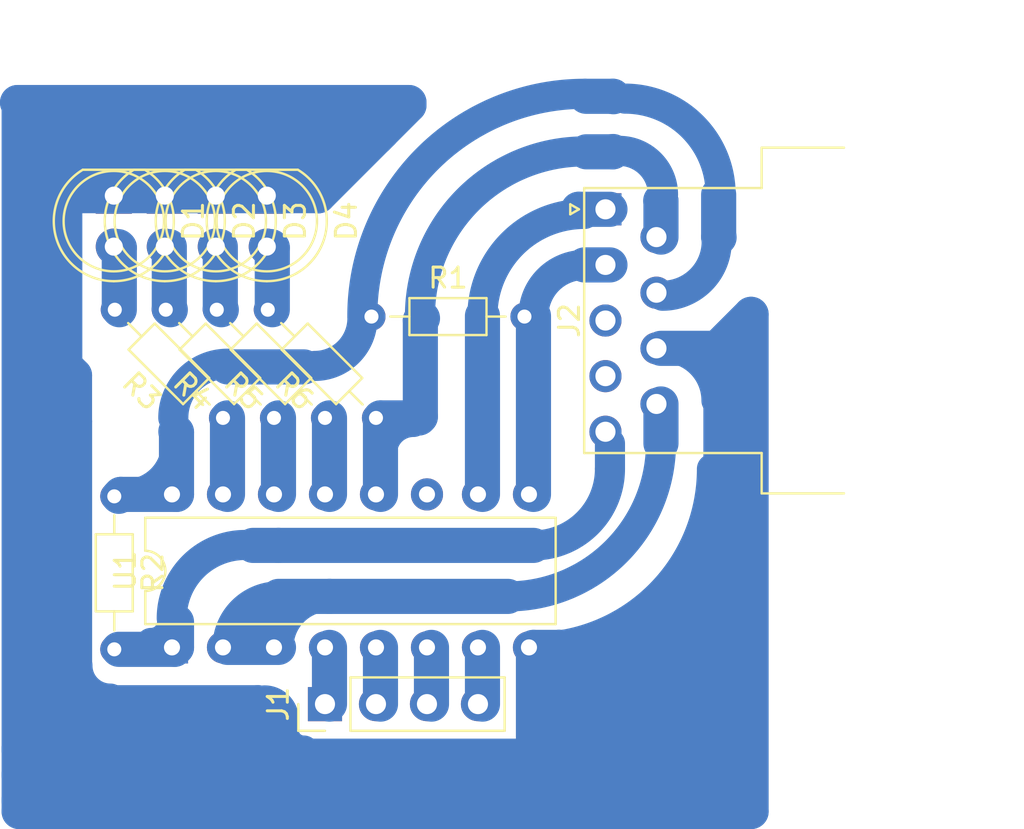
<source format=kicad_pcb>
(kicad_pcb (version 20221018) (generator pcbnew)
  (layers (0 "F.Cu" signal) (31 "B.Cu" signal) (34 "B.Paste" user) (35 "F.Paste" user) (36 "B.SilkS" user "B.Silkscreen") (37 "F.SilkS" user "F.Silkscreen") (38 "B.Mask" user) (39 "F.Mask" user) (44 "Edge.Cuts" user))
  (net 0 "")
  (net 1 "GND")
  (net 2 "Net-(D1-A)")
  (net 3 "Net-(D2-A)")
  (net 4 "Net-(D3-A)")
  (net 5 "Net-(D4-A)")
  (net 6 "/clock")
  (net 7 "+5V")
  (net 8 "/reset")
  (net 9 "/parallel_load")
  (net 10 "/data_output")
  (net 11 "/data_input")
  (net 12 "Net-(U1-Q0)")
  (net 13 "Net-(U1-Q1)")
  (net 14 "Net-(U1-Q2)")
  (net 15 "/p0")
  (net 16 "/p1")
  (net 17 "/p2")
  (net 18 "/p3")
  (footprint "LED_THT:LED_D5.0mm" (layer "F.Cu") (at 9.578299 -36.740731 -90)
    (fp_text reference "D1" (at 1.27 -3.96 90) (layer "F.SilkS"))
    (fp_text value "LED")
    (fp_line (start -1.29 -1.545) (end -1.29 1.545) (stroke (width 0.12)) (layer "F.SilkS"))
    (fp_arc (start -1.29 -1.54483) (mid 2.072002 -2.880433) (end 4.26 0.000462) (stroke (width 0.12)) (layer "F.SilkS"))
    (fp_arc (start 4.26 -0.000462) (mid 2.072002 2.880433) (end -1.29 1.54483) (stroke (width 0.12)) (layer "F.SilkS"))
    (fp_circle (center 1.27 0) (end 3.77 0) (stroke (width 0.12)) (fill none) (layer "F.SilkS"))
    (pad "1" thru_hole rect (at 0 0 270) (size 1.8 1.8) (drill 0.9) (layers "*.Cu" "*.Mask") (net 1 "GND"))
    (pad "2" thru_hole circle (at 2.54 0 270) (size 1.8 1.8) (drill 0.9) (layers "*.Cu" "*.Mask") (net 2 "Net-(D1-A)"))
  )
  (footprint "Connector_PinHeader_2.54mm:PinHeader_1x04_P2.54mm_Vertical" (layer "F.Cu") (at 20.09589 -11.415297 90)
    (fp_text reference "J1" (at 0 -2.33 90) (layer "F.SilkS"))
    (fp_text value "Conn_01x04_Pin")
    (fp_line (start -1.33 -1.33) (end 0 -1.33) (stroke (width 0.12)) (layer "F.SilkS"))
    (fp_line (start -1.33 0) (end -1.33 -1.33) (stroke (width 0.12)) (layer "F.SilkS"))
    (fp_line (start -1.33 1.27) (end -1.33 8.95) (stroke (width 0.12)) (layer "F.SilkS"))
    (fp_line (start -1.33 1.27) (end 1.33 1.27) (stroke (width 0.12)) (layer "F.SilkS"))
    (fp_line (start -1.33 8.95) (end 1.33 8.95) (stroke (width 0.12)) (layer "F.SilkS"))
    (fp_line (start 1.33 1.27) (end 1.33 8.95) (stroke (width 0.12)) (layer "F.SilkS"))
    (pad "1" thru_hole rect (at 0 0 90) (size 1.7 1.7) (drill 1) (layers "*.Cu" "*.Mask") (net 15 "/p0"))
    (pad "2" thru_hole oval (at 0 2.54 90) (size 1.7 1.7) (drill 1) (layers "*.Cu" "*.Mask") (net 16 "/p1"))
    (pad "3" thru_hole oval (at 0 5.08 90) (size 1.7 1.7) (drill 1) (layers "*.Cu" "*.Mask") (net 17 "/p2"))
    (pad "4" thru_hole oval (at 0 7.62 90) (size 1.7 1.7) (drill 1) (layers "*.Cu" "*.Mask") (net 18 "/p3"))
  )
  (footprint "LED_THT:LED_D5.0mm" (layer "F.Cu") (at 14.658299 -36.740731 -90)
    (fp_text reference "D3" (at 1.27 -3.96 90) (layer "F.SilkS"))
    (fp_text value "LED")
    (fp_line (start -1.29 -1.545) (end -1.29 1.545) (stroke (width 0.12)) (layer "F.SilkS"))
    (fp_arc (start -1.29 -1.54483) (mid 2.072002 -2.880433) (end 4.26 0.000462) (stroke (width 0.12)) (layer "F.SilkS"))
    (fp_arc (start 4.26 -0.000462) (mid 2.072002 2.880433) (end -1.29 1.54483) (stroke (width 0.12)) (layer "F.SilkS"))
    (fp_circle (center 1.27 0) (end 3.77 0) (stroke (width 0.12)) (fill none) (layer "F.SilkS"))
    (pad "1" thru_hole rect (at 0 0 270) (size 1.8 1.8) (drill 0.9) (layers "*.Cu" "*.Mask") (net 1 "GND"))
    (pad "2" thru_hole circle (at 2.54 0 270) (size 1.8 1.8) (drill 0.9) (layers "*.Cu" "*.Mask") (net 4 "Net-(D3-A)"))
  )
  (footprint "Connector_Dsub:DSUB-9_Female_Horizontal_P2.77x2.54mm_EdgePinOffset9.40mm" (layer "F.Cu") (at 34.06589 -36.060517 90)
    (fp_text reference "J2" (at -5.54 -1.8 90) (layer "F.SilkS"))
    (fp_text value "DB9_Female")
    (fp_line (start -14.15 7.78) (end -12.14 7.78) (stroke (width 0.12)) (layer "F.SilkS"))
    (fp_line (start -14.15 11.88) (end -14.15 7.78) (stroke (width 0.12)) (layer "F.SilkS"))
    (fp_line (start -12.14 -1.06) (end 1.06 -1.06) (stroke (width 0.12)) (layer "F.SilkS"))
    (fp_line (start -12.14 7.78) (end -12.14 -1.06) (stroke (width 0.12)) (layer "F.SilkS"))
    (fp_line (start -0.25 -1.754338) (end 0.25 -1.754338) (stroke (width 0.12)) (layer "F.SilkS"))
    (fp_line (start 0 -1.321325) (end -0.25 -1.754338) (stroke (width 0.12)) (layer "F.SilkS"))
    (fp_line (start 0.25 -1.754338) (end 0 -1.321325) (stroke (width 0.12)) (layer "F.SilkS"))
    (fp_line (start 1.06 -1.06) (end 1.06 7.78) (stroke (width 0.12)) (layer "F.SilkS"))
    (fp_line (start 1.06 7.78) (end 3.07 7.78) (stroke (width 0.12)) (layer "F.SilkS"))
    (fp_line (start 3.07 7.78) (end 3.07 11.88) (stroke (width 0.12)) (layer "F.SilkS"))
    (pad "1" thru_hole rect (at 0 0 90) (size 1.6 1.6) (drill 1) (layers "*.Cu" "*.Mask") (net 6 "/clock"))
    (pad "2" thru_hole circle (at -2.77 0 90) (size 1.6 1.6) (drill 1) (layers "*.Cu" "*.Mask") (net 9 "/parallel_load"))
    (pad "3" thru_hole circle (at -5.54 0 90) (size 1.6 1.6) (drill 1) (layers "*.Cu" "*.Mask"))
    (pad "4" thru_hole circle (at -8.31 0 90) (size 1.6 1.6) (drill 1) (layers "*.Cu" "*.Mask"))
    (pad "5" thru_hole circle (at -11.08 0 90) (size 1.6 1.6) (drill 1) (layers "*.Cu" "*.Mask") (net 8 "/reset"))
    (pad "6" thru_hole circle (at -1.385 2.54 90) (size 1.6 1.6) (drill 1) (layers "*.Cu" "*.Mask") (net 10 "/data_output"))
    (pad "7" thru_hole circle (at -4.155 2.54 90) (size 1.6 1.6) (drill 1) (layers "*.Cu" "*.Mask") (net 7 "+5V"))
    (pad "8" thru_hole circle (at -6.925 2.54 90) (size 1.6 1.6) (drill 1) (layers "*.Cu" "*.Mask") (net 1 "GND"))
    (pad "9" thru_hole circle (at -9.695 2.54 90) (size 1.6 1.6) (drill 1) (layers "*.Cu" "*.Mask") (net 11 "/data_input"))
  )
  (footprint "Resistor_THT:R_Axial_DIN0204_L3.6mm_D1.6mm_P7.62mm_Horizontal" (layer "F.Cu") (at 20.09589 -25.670517 135)
    (fp_text reference "R5" (at 3.81 -1.92 135) (layer "F.SilkS"))
    (fp_text value "R")
    (fp_line (start 0.94 0) (end 1.89 0) (stroke (width 0.12)) (layer "F.SilkS"))
    (fp_line (start 1.89 -0.92) (end 1.89 0.92) (stroke (width 0.12)) (layer "F.SilkS"))
    (fp_line (start 1.89 0.92) (end 5.73 0.92) (stroke (width 0.12)) (layer "F.SilkS"))
    (fp_line (start 5.73 -0.92) (end 1.89 -0.92) (stroke (width 0.12)) (layer "F.SilkS"))
    (fp_line (start 5.73 0.92) (end 5.73 -0.92) (stroke (width 0.12)) (layer "F.SilkS"))
    (fp_line (start 6.68 0) (end 5.73 0) (stroke (width 0.12)) (layer "F.SilkS"))
    (pad "1" thru_hole circle (at 0 0 135) (size 1.4 1.4) (drill 0.7) (layers "*.Cu" "*.Mask") (net 14 "Net-(U1-Q2)"))
    (pad "2" thru_hole oval (at 7.62 0 135) (size 1.4 1.4) (drill 0.7) (layers "*.Cu" "*.Mask") (net 4 "Net-(D3-A)"))
  )
  (footprint "Package_DIP:DIP-16_W7.62mm" (layer "F.Cu") (at 12.47589 -14.240517 90)
    (fp_text reference "U1" (at 3.81 -2.33 90) (layer "F.SilkS"))
    (fp_text value "74LS195")
    (fp_line (start 1.16 -1.33) (end 1.16 19.11) (stroke (width 0.12)) (layer "F.SilkS"))
    (fp_line (start 1.16 19.11) (end 6.46 19.11) (stroke (width 0.12)) (layer "F.SilkS"))
    (fp_line (start 2.81 -1.33) (end 1.16 -1.33) (stroke (width 0.12)) (layer "F.SilkS"))
    (fp_line (start 6.46 -1.33) (end 4.81 -1.33) (stroke (width 0.12)) (layer "F.SilkS"))
    (fp_line (start 6.46 19.11) (end 6.46 -1.33) (stroke (width 0.12)) (layer "F.SilkS"))
    (fp_arc (start 4.81 -1.33) (mid 3.81 -0.33) (end 2.81 -1.33) (stroke (width 0.12)) (layer "F.SilkS"))
    (pad "1" thru_hole rect (at 0 0 90) (size 1.6 1.6) (drill 0.8) (layers "*.Cu" "*.Mask") (net 8 "/reset"))
    (pad "2" thru_hole oval (at 0 2.54 90) (size 1.6 1.6) (drill 0.8) (layers "*.Cu" "*.Mask") (net 11 "/data_input"))
    (pad "3" thru_hole oval (at 0 5.08 90) (size 1.6 1.6) (drill 0.8) (layers "*.Cu" "*.Mask") (net 11 "/data_input"))
    (pad "4" thru_hole oval (at 0 7.62 90) (size 1.6 1.6) (drill 0.8) (layers "*.Cu" "*.Mask") (net 15 "/p0"))
    (pad "5" thru_hole oval (at 0 10.16 90) (size 1.6 1.6) (drill 0.8) (layers "*.Cu" "*.Mask") (net 16 "/p1"))
    (pad "6" thru_hole oval (at 0 12.7 90) (size 1.6 1.6) (drill 0.8) (layers "*.Cu" "*.Mask") (net 17 "/p2"))
    (pad "7" thru_hole oval (at 0 15.24 90) (size 1.6 1.6) (drill 0.8) (layers "*.Cu" "*.Mask") (net 18 "/p3"))
    (pad "8" thru_hole oval (at 0 17.78 90) (size 1.6 1.6) (drill 0.8) (layers "*.Cu" "*.Mask") (net 1 "GND"))
    (pad "9" thru_hole oval (at 7.62 17.78 90) (size 1.6 1.6) (drill 0.8) (layers "*.Cu" "*.Mask") (net 9 "/parallel_load"))
    (pad "10" thru_hole oval (at 7.62 15.24 90) (size 1.6 1.6) (drill 0.8) (layers "*.Cu" "*.Mask") (net 6 "/clock"))
    (pad "11" thru_hole oval (at 7.62 12.7 90) (size 1.6 1.6) (drill 0.8) (layers "*.Cu" "*.Mask"))
    (pad "12" thru_hole oval (at 7.62 10.16 90) (size 1.6 1.6) (drill 0.8) (layers "*.Cu" "*.Mask") (net 10 "/data_output"))
    (pad "13" thru_hole oval (at 7.62 7.62 90) (size 1.6 1.6) (drill 0.8) (layers "*.Cu" "*.Mask") (net 14 "Net-(U1-Q2)"))
    (pad "14" thru_hole oval (at 7.62 5.08 90) (size 1.6 1.6) (drill 0.8) (layers "*.Cu" "*.Mask") (net 13 "Net-(U1-Q1)"))
    (pad "15" thru_hole oval (at 7.62 2.54 90) (size 1.6 1.6) (drill 0.8) (layers "*.Cu" "*.Mask") (net 12 "Net-(U1-Q0)"))
    (pad "16" thru_hole oval (at 7.62 0 90) (size 1.6 1.6) (drill 0.8) (layers "*.Cu" "*.Mask") (net 7 "+5V"))
  )
  (footprint "LED_THT:LED_D5.0mm" (layer "F.Cu") (at 17.198299 -36.740731 -90)
    (fp_text reference "D4" (at 1.27 -3.96 90) (layer "F.SilkS"))
    (fp_text value "LED")
    (fp_line (start -1.29 -1.545) (end -1.29 1.545) (stroke (width 0.12)) (layer "F.SilkS"))
    (fp_arc (start -1.29 -1.54483) (mid 2.072002 -2.880433) (end 4.26 0.000462) (stroke (width 0.12)) (layer "F.SilkS"))
    (fp_arc (start 4.26 -0.000462) (mid 2.072002 2.880433) (end -1.29 1.54483) (stroke (width 0.12)) (layer "F.SilkS"))
    (fp_circle (center 1.27 0) (end 3.77 0) (stroke (width 0.12)) (fill none) (layer "F.SilkS"))
    (pad "1" thru_hole rect (at 0 0 270) (size 1.8 1.8) (drill 0.9) (layers "*.Cu" "*.Mask") (net 1 "GND"))
    (pad "2" thru_hole circle (at 2.54 0 270) (size 1.8 1.8) (drill 0.9) (layers "*.Cu" "*.Mask") (net 5 "Net-(D4-A)"))
  )
  (footprint "Resistor_THT:R_Axial_DIN0204_L3.6mm_D1.6mm_P7.62mm_Horizontal" (layer "F.Cu") (at 15.01589 -25.670517 135)
    (fp_text reference "R3" (at 3.81 -1.92 135) (layer "F.SilkS"))
    (fp_text value "R")
    (fp_line (start 0.94 0) (end 1.89 0) (stroke (width 0.12)) (layer "F.SilkS"))
    (fp_line (start 1.89 -0.92) (end 1.89 0.92) (stroke (width 0.12)) (layer "F.SilkS"))
    (fp_line (start 1.89 0.92) (end 5.73 0.92) (stroke (width 0.12)) (layer "F.SilkS"))
    (fp_line (start 5.73 -0.92) (end 1.89 -0.92) (stroke (width 0.12)) (layer "F.SilkS"))
    (fp_line (start 5.73 0.92) (end 5.73 -0.92) (stroke (width 0.12)) (layer "F.SilkS"))
    (fp_line (start 6.68 0) (end 5.73 0) (stroke (width 0.12)) (layer "F.SilkS"))
    (pad "1" thru_hole circle (at 0 0 135) (size 1.4 1.4) (drill 0.7) (layers "*.Cu" "*.Mask") (net 12 "Net-(U1-Q0)"))
    (pad "2" thru_hole oval (at 7.62 0 135) (size 1.4 1.4) (drill 0.7) (layers "*.Cu" "*.Mask") (net 2 "Net-(D1-A)"))
  )
  (footprint "Resistor_THT:R_Axial_DIN0204_L3.6mm_D1.6mm_P7.62mm_Horizontal" (layer "F.Cu") (at 17.55589 -25.670517 135)
    (fp_text reference "R4" (at 3.81 -1.92 135) (layer "F.SilkS"))
    (fp_text value "R")
    (fp_line (start 0.94 0) (end 1.89 0) (stroke (width 0.12)) (layer "F.SilkS"))
    (fp_line (start 1.89 -0.92) (end 1.89 0.92) (stroke (width 0.12)) (layer "F.SilkS"))
    (fp_line (start 1.89 0.92) (end 5.73 0.92) (stroke (width 0.12)) (layer "F.SilkS"))
    (fp_line (start 5.73 -0.92) (end 1.89 -0.92) (stroke (width 0.12)) (layer "F.SilkS"))
    (fp_line (start 5.73 0.92) (end 5.73 -0.92) (stroke (width 0.12)) (layer "F.SilkS"))
    (fp_line (start 6.68 0) (end 5.73 0) (stroke (width 0.12)) (layer "F.SilkS"))
    (pad "1" thru_hole circle (at 0 0 135) (size 1.4 1.4) (drill 0.7) (layers "*.Cu" "*.Mask") (net 13 "Net-(U1-Q1)"))
    (pad "2" thru_hole oval (at 7.62 0 135) (size 1.4 1.4) (drill 0.7) (layers "*.Cu" "*.Mask") (net 3 "Net-(D2-A)"))
  )
  (footprint "Resistor_THT:R_Axial_DIN0204_L3.6mm_D1.6mm_P7.62mm_Horizontal" (layer "F.Cu") (at 22.411096 -30.717463)
    (fp_text reference "R1" (at 3.81 -1.92) (layer "F.SilkS"))
    (fp_text value "R")
    (fp_line (start 0.94 0) (end 1.89 0) (stroke (width 0.12)) (layer "F.SilkS"))
    (fp_line (start 1.89 -0.92) (end 1.89 0.92) (stroke (width 0.12)) (layer "F.SilkS"))
    (fp_line (start 1.89 0.92) (end 5.73 0.92) (stroke (width 0.12)) (layer "F.SilkS"))
    (fp_line (start 5.73 -0.92) (end 1.89 -0.92) (stroke (width 0.12)) (layer "F.SilkS"))
    (fp_line (start 5.73 0.92) (end 5.73 -0.92) (stroke (width 0.12)) (layer "F.SilkS"))
    (fp_line (start 6.68 0) (end 5.73 0) (stroke (width 0.12)) (layer "F.SilkS"))
    (pad "1" thru_hole circle (at 0 0) (size 1.4 1.4) (drill 0.7) (layers "*.Cu" "*.Mask") (net 7 "+5V"))
    (pad "2" thru_hole oval (at 7.62 0) (size 1.4 1.4) (drill 0.7) (layers "*.Cu" "*.Mask") (net 9 "/parallel_load"))
  )
  (footprint "Resistor_THT:R_Axial_DIN0204_L3.6mm_D1.6mm_P7.62mm_Horizontal" (layer "F.Cu") (at 9.601443 -21.764099 -90)
    (fp_text reference "R2" (at 3.81 -1.92 90) (layer "F.SilkS"))
    (fp_text value "R")
    (fp_line (start 0.94 0) (end 1.89 0) (stroke (width 0.12)) (layer "F.SilkS"))
    (fp_line (start 1.89 -0.92) (end 1.89 0.92) (stroke (width 0.12)) (layer "F.SilkS"))
    (fp_line (start 1.89 0.92) (end 5.73 0.92) (stroke (width 0.12)) (layer "F.SilkS"))
    (fp_line (start 5.73 -0.92) (end 1.89 -0.92) (stroke (width 0.12)) (layer "F.SilkS"))
    (fp_line (start 5.73 0.92) (end 5.73 -0.92) (stroke (width 0.12)) (layer "F.SilkS"))
    (fp_line (start 6.68 0) (end 5.73 0) (stroke (width 0.12)) (layer "F.SilkS"))
    (pad "1" thru_hole circle (at 0 0 270) (size 1.4 1.4) (drill 0.7) (layers "*.Cu" "*.Mask") (net 7 "+5V"))
    (pad "2" thru_hole oval (at 7.62 0 270) (size 1.4 1.4) (drill 0.7) (layers "*.Cu" "*.Mask") (net 8 "/reset"))
  )
  (footprint "Resistor_THT:R_Axial_DIN0204_L3.6mm_D1.6mm_P7.62mm_Horizontal" (layer "F.Cu") (at 22.63589 -25.670517 135)
    (fp_text reference "R6" (at 3.81 -1.92 135) (layer "F.SilkS"))
    (fp_text value "R")
    (fp_line (start 0.94 0) (end 1.89 0) (stroke (width 0.12)) (layer "F.SilkS"))
    (fp_line (start 1.89 -0.92) (end 1.89 0.92) (stroke (width 0.12)) (layer "F.SilkS"))
    (fp_line (start 1.89 0.92) (end 5.73 0.92) (stroke (width 0.12)) (layer "F.SilkS"))
    (fp_line (start 5.73 -0.92) (end 1.89 -0.92) (stroke (width 0.12)) (layer "F.SilkS"))
    (fp_line (start 5.73 0.92) (end 5.73 -0.92) (stroke (width 0.12)) (layer "F.SilkS"))
    (fp_line (start 6.68 0) (end 5.73 0) (stroke (width 0.12)) (layer "F.SilkS"))
    (pad "1" thru_hole circle (at 0 0 135) (size 1.4 1.4) (drill 0.7) (layers "*.Cu" "*.Mask") (net 10 "/data_output"))
    (pad "2" thru_hole oval (at 7.62 0 135) (size 1.4 1.4) (drill 0.7) (layers "*.Cu" "*.Mask") (net 5 "Net-(D4-A)"))
  )
  (footprint "LED_THT:LED_D5.0mm" (layer "F.Cu") (at 12.118299 -36.740731 -90)
    (fp_text reference "D2" (at 1.27 -3.96 90) (layer "F.SilkS"))
    (fp_text value "LED")
    (fp_line (start -1.29 -1.545) (end -1.29 1.545) (stroke (width 0.12)) (layer "F.SilkS"))
    (fp_arc (start -1.29 -1.54483) (mid 2.072002 -2.880433) (end 4.26 0.000462) (stroke (width 0.12)) (layer "F.SilkS"))
    (fp_arc (start 4.26 -0.000462) (mid 2.072002 2.880433) (end -1.29 1.54483) (stroke (width 0.12)) (layer "F.SilkS"))
    (fp_circle (center 1.27 0) (end 3.77 0) (stroke (width 0.12)) (fill none) (layer "F.SilkS"))
    (pad "1" thru_hole rect (at 0 0 270) (size 1.8 1.8) (drill 0.9) (layers "*.Cu" "*.Mask") (net 1 "GND"))
    (pad "2" thru_hole circle (at 2.54 0 270) (size 1.8 1.8) (drill 0.9) (layers "*.Cu" "*.Mask") (net 3 "Net-(D2-A)"))
  )
  (gr_arc (start 21.956882 -30.750517) (mid 25.197194 -38.573323) (end 33.02 -41.813635) (stroke (width 1.5)) (layer "B.Cu"))
  (gr_arc (start 12.47916 -15.510517) (mid 12.171868 -14.768649) (end 11.43 -14.461357) (stroke (width 1.5)) (layer "B.Cu"))
  (gr_arc (start 39.606855 -34.455158) (mid 38.816072 -32.54604) (end 36.906954 -31.755257) (stroke (width 1.5)) (layer "B.Cu"))
  (gr_arc (start 24.827361 -30.750517) (mid 27.226929 -36.543588) (end 33.02 -38.943156) (stroke (width 1.5)) (layer "B.Cu"))
  (gr_arc (start 12.463986 -15.688312) (mid 13.534032 -18.271632) (end 16.117352 -19.341678) (stroke (width 1.5)) (layer "B.Cu"))
  (gr_arc (start 36.83 -24.400517) (mid 34.598154 -19.012363) (end 29.21 -16.780517) (stroke (width 1.5)) (layer "B.Cu"))
  (gr_line (start 17.78 -16.780517) (end 17.78 -14.240517) (stroke (width 1.5)) (layer "B.Cu"))
  (gr_arc (start 17.085218 -11.599895) (mid 17.767291 -11.317371) (end 18.049815 -10.635298) (stroke (width 1.5)) (layer "B.Cu"))
  (gr_arc (start 15.24 -14.240517) (mid 15.983949 -16.036568) (end 17.78 -16.780517) (stroke (width 1.5)) (layer "B.Cu"))
  (gr_arc (start 19.045222 -9.101382) (mid 18.337192 -9.394658) (end 18.043916 -10.102688) (stroke (width 1.5)) (layer "B.Cu"))
  (gr_line (start 15.24 -14.240517) (end 17.78 -16.780517) (stroke (width 1.5)) (layer "B.Cu"))
  (gr_arc (start 21.960013 -30.628759) (mid 21.266164 -28.953661) (end 19.591066 -28.259812) (stroke (width 1.5)) (layer "B.Cu"))
  (gr_arc (start 36.958344 -29.171846) (mid 38.822881 -28.399529) (end 39.595198 -26.534992) (stroke (width 1.5)) (layer "B.Cu"))
  (gr_arc (start 17.78 -14.240517) (mid 18.523949 -16.036568) (end 20.32 -16.780517) (stroke (width 1.5)) (layer "B.Cu"))
  (gr_arc (start 30.48 -30.750517) (mid 31.223949 -32.546568) (end 33.02 -33.290517) (stroke (width 1.5)) (layer "B.Cu"))
  (gr_arc (start 22.939491 -23.905785) (mid 23.397387 -25.011243) (end 24.502845 -25.469139) (stroke (width 1.5)) (layer "B.Cu"))
  (gr_arc (start 27.94 -30.750517) (mid 29.427898 -34.342619) (end 33.02 -35.830517) (stroke (width 1.5)) (layer "B.Cu"))
  (gr_arc (start 12.541521 -25.670517) (mid 13.331887 -27.57863) (end 15.24 -28.368996) (stroke (width 1.5)) (layer "B.Cu"))
  (gr_arc (start 35.041636 -41.57248) (mid 38.407207 -40.178415) (end 39.801272 -36.812844) (stroke (width 1.5)) (layer "B.Cu"))
  (gr_arc (start 34.752628 -38.971132) (mid 36.293924 -38.332707) (end 36.932349 -36.791411) (stroke (width 1.5)) (layer "B.Cu"))
  (gr_line (start 34.29 -23.130517) (end 34.29 -24.400517) (stroke (width 1.5)) (layer "B.Cu"))
  (gr_arc (start 9.408471 -11.689278) (mid 8.24809 -12.169923) (end 7.767445 -13.330304) (stroke (width 1.5)) (layer "B.Cu"))
  (gr_arc (start 39.37 -23.130517) (mid 36.766179 -16.844338) (end 30.48 -14.240517) (stroke (width 1.5)) (layer "B.Cu"))
  (gr_arc (start 34.29 -23.130517) (mid 33.174077 -20.43644) (end 30.48 -19.320517) (stroke (width 1.5)) (layer "B.Cu"))
  (gr_arc (start 12.7 -24.400517) (mid 11.956051 -22.604466) (end 10.16 -21.860517) (stroke (width 1.5)) (layer "B.Cu"))
  (segment (start 39.704077 -36.789553) (end 39.704077 -34.680418) (width 1.75) (layer "B.Cu") (net 0))
  (segment (start 30.48 -19.320517) (end 17.78 -19.320517) (width 1.75) (layer "B.Cu") (net 0))
  (segment (start 15.24 -28.210517) (end 19.05 -28.210517) (width 1.75) (layer "B.Cu") (net 0))
  (segment (start 34.446232 -38.938635) (end 34.432029 -38.924432) (width 1.75) (layer "B.Cu") (net 0))
  (segment (start 39.704077 -34.680418) (end 39.725381 -34.659114) (width 1.75) (layer "B.Cu") (net 0))
  (segment (start 17.78 -19.320517) (end 16.51 -19.320517) (width 1.75) (layer "B.Cu") (net 0))
  (segment (start 34.432029 -38.924432) (end 33.111156 -38.924432) (width 1.75) (layer "B.Cu") (net 0))
  (segment (start 24.277839 -41.250097) (end 22.936841 -39.909099) (width 1.75) (layer "B.Cu") (net 1))
  (segment (start 39.816812 -14.564475) (end 39.816812 -16.780517) (width 1.75) (layer "B.Cu") (net 1))
  (segment (start 39.816812 -15.970564) (end 38.1 -14.253752) (width 1.75) (layer "B.Cu") (net 1))
  (segment (start 6.35 -41.377923) (end 24.277839 -41.377923) (width 1.75) (layer "B.Cu") (net 1))
  (segment (start 39.506089 -14.253752) (end 39.816812 -14.564475) (width 1.75) (layer "B.Cu") (net 1))
  (segment (start 4.864293 -7.890517) (end 4.864293 -9.160517) (width 1.75) (layer "B.Cu") (net 1))
  (segment (start 39.816812 -28.943842) (end 39.625137 -29.135517) (width 1.75) (layer "B.Cu") (net 1))
  (segment (start 30.430417 -8.821131) (end 17.928809 -8.821131) (width 1.75) (layer "B.Cu") (net 1))
  (segment (start 33.02 -14.253752) (end 34.29 -14.253752) (width 1.75) (layer "B.Cu") (net 1))
  (segment (start 33.02 -6.066248) (end 31.75 -6.066248) (width 1.75) (layer "B.Cu") (net 1))
  (segment (start 38.1 -6.066248) (end 38.1 -14.253752) (width 1.75) (layer "B.Cu") (net 1))
  (segment (start 6.134293 -10.430517) (end 4.864293 -9.160517) (width 1.75) (layer "B.Cu") (net 1))
  (segment (start 7.134776 -36.834019) (end 7.228064 -36.740731) (width 1.75) (layer "B.Cu") (net 1))
  (segment (start 6.134293 -10.430517) (end 6.134293 -26.991197) (width 1.75) (layer "B.Cu") (net 1))
  (segment (start 17.808405 -8.941535) (end 17.808405 -10.430517) (width 1.75) (layer "B.Cu") (net 1))
  (segment (start 30.48 -14.240517) (end 31.75 -14.240517) (width 1.75) (layer "B.Cu") (net 1))
  (segment (start 40.64 -13.119841) (end 40.64 -6.066248) (width 1.75) (layer "B.Cu") (net 1))
  (segment (start 31.75 -6.066248) (end 4.864293 -6.066248) (width 1.75) (layer "B.Cu") (net 1))
  (segment (start 41.318772 -6.066248) (end 40.64 -6.066248) (width 1.75) (layer "B.Cu") (net 1))
  (segment (start 17.808405 -10.430517) (end 16.755064 -11.483858) (width 1.75) (layer "B.Cu") (net 1))
  (segment (start 16.755064 -11.483858) (end 7.62 -11.483858) (width 1.75) (layer "B.Cu") (net 1))
  (segment (start 17.589423 -9.160517) (end 17.808405 -8.941535) (width 1.75) (layer "B.Cu") (net 1))
  (segment (start 7.228064 -36.740731) (end 17.422409 -36.740731) (width 1.75) (layer "B.Cu") (net 1))
  (segment (start 34.29 -6.066248) (end 34.29 -14.253752) (width 1.75) (layer "B.Cu") (net 1))
  (segment (start 6.134293 -39.640517) (end 21.186669 -39.640517) (width 1.75) (layer "B.Cu") (net 1))
  (segment (start 39.816812 -18.510564) (end 35.56 -14.253752) (width 1.75) (layer "B.Cu") (net 1))
  (segment (start 6.134293 -38.370517) (end 6.134293 -39.640517) (width 1.75) (layer "B.Cu") (net 1))
  (segment (start 32.304269 -6.620517) (end 32.41928 -6.735528) (width 1.75) (layer "B.Cu") (net 1))
  (segment (start 34.29 -6.066248) (end 33.02 -6.066248) (width 1.75) (layer "B.Cu") (net 1))
  (segment (start 7.134776 -28.269653) (end 7.134776 -36.834019) (width 1.75) (layer "B.Cu") (net 1))
  (segment (start 7.62 -27.784429) (end 7.134776 -28.269653) (width 1.75) (layer "B.Cu") (net 1))
  (segment (start 4.864293 -9.160517) (end 17.589423 -9.160517) (width 1.75) (layer "B.Cu") (net 1))
  (segment (start 7.62 -10.430517) (end 6.134293 -10.430517) (width 1.75) (layer "B.Cu") (net 1))
  (segment (start 6.134293 -41.162216) (end 6.35 -41.377923) (width 1.75) (layer "B.Cu") (net 1))
  (segment (start 31.75 -6.066248) (end 31.75 -14.240517) (width 1.75) (layer "B.Cu") (net 1))
  (segment (start 39.816812 -19.320517) (end 39.816812 -28.943842) (width 1.75) (layer "B.Cu") (net 1))
  (segment (start 39.37 -14.117663) (end 39.506089 -14.253752) (width 1.75) (layer "B.Cu") (net 1))
  (segment (start 17.928809 -8.821131) (end 17.808405 -8.941535) (width 1.75) (layer "B.Cu") (net 1))
  (segment (start 36.83 -6.066248) (end 35.56 -6.066248) (width 1.75) (layer "B.Cu") (net 1))
  (segment (start 39.356765 -16.780517) (end 36.83 -14.253752) (width 1.75) (layer "B.Cu") (net 1))
  (segment (start 7.62 -11.483858) (end 7.62 -27.784429) (width 1.75) (layer "B.Cu") (net 1))
  (segment (start 32.41928 -7.890517) (end 32.41928 -6.735528) (width 1.75) (layer "B.Cu") (net 1))
  (segment (start 32.41928 -14.240517) (end 32.432515 -14.253752) (width 1.75) (layer "B.Cu") (net 1))
  (segment (start 8.89 -10.430517) (end 7.62 -10.430517) (width 1.75) (layer "B.Cu") (net 1))
  (segment (start 4.864293 -6.066248) (end 4.864293 -6.620517) (width 1.75) (layer "B.Cu") (net 1))
  (segment (start 39.816812 -16.780517) (end 39.356765 -16.780517) (width 1.75) (layer "B.Cu") (net 1))
  (segment (start 6.134293 -38.370517) (end 19.916669 -38.370517) (width 1.75) (layer "B.Cu") (net 1))
  (segment (start 33.02 -6.066248) (end 33.02 -14.253752) (width 1.75) (layer "B.Cu") (net 1))
  (segment (start 17.808405 -10.430517) (end 8.89 -10.430517) (width 1.75) (layer "B.Cu") (net 1))
  (segment (start 4.864293 -9.160517) (end 4.864293 -41.29795) (width 1.75) (layer "B.Cu") (net 1))
  (segment (start 7.62 -10.430517) (end 7.62 -25.50549) (width 1.75) (layer "B.Cu") (net 1))
  (segment (start 39.506089 -14.253752) (end 40.64 -13.119841) (width 1.75) (layer "B.Cu") (net 1))
  (segment (start 4.864293 -6.620517) (end 4.864293 -7.890517) (width 1.75) (layer "B.Cu") (net 1))
  (segment (start 39.816812 -16.780517) (end 39.816812 -15.970564) (width 1.75) (layer "B.Cu") (net 1))
  (segment (start 4.864293 -41.29795) (end 4.78432 -41.377923) (width 1.75) (layer "B.Cu") (net 1))
  (segment (start 32.432515 -14.253752) (end 33.02 -14.253752) (width 1.75) (layer "B.Cu") (net 1))
  (segment (start 38.1 -14.253752) (end 39.506089 -14.253752) (width 1.75) (layer "B.Cu") (net 1))
  (segment (start 22.668259 -39.640517) (end 22.936841 -39.909099) (width 1.75) (layer "B.Cu") (net 1))
  (segment (start 39.37 -6.066248) (end 38.1 -6.066248) (width 1.75) (layer "B.Cu") (net 1))
  (segment (start 32.41928 -7.890517) (end 4.864293 -7.890517) (width 1.75) (layer "B.Cu") (net 1))
  (segment (start 41.318772 -30.829152) (end 41.318772 -6.066248) (width 1.75) (layer "B.Cu") (net 1))
  (segment (start 36.83 -14.253752) (end 38.1 -14.253752) (width 1.75) (layer "B.Cu") (net 1))
  (segment (start 34.29 -14.253752) (end 35.56 -14.253752) (width 1.75) (layer "B.Cu") (net 1))
  (segment (start 39.816812 -19.320517) (end 39.816812 -18.510564) (width 1.75) (layer "B.Cu") (net 1))
  (segment (start 39.37 -6.066248) (end 39.37 -14.117663) (width 1.75) (layer "B.Cu") (net 1))
  (segment (start 31.75 -14.240517) (end 32.41928 -14.240517) (width 1.75) (layer "B.Cu") (net 1))
  (segment (start 38.1 -6.066248) (end 36.83 -6.066248) (width 1.75) (layer "B.Cu") (net 1))
  (segment (start 35.56 -6.066248) (end 35.56 -14.253752) (width 1.75) (layer "B.Cu") (net 1))
  (segment (start 19.916669 -38.370517) (end 21.186669 -39.640517) (width 1.75) (layer "B.Cu") (net 1))
  (segment (start 4.864293 -6.620517) (end 32.304269 -6.620517) (width 1.75) (layer "B.Cu") (net 1))
  (segment (start 30.48 -14.240517) (end 30.48 -8.899376) (width 1.75) (layer "B.Cu") (net 1))
  (segment (start 36.83 -6.066248) (end 36.83 -14.253752) (width 1.75) (layer "B.Cu") (net 1))
  (segment (start 35.56 -6.066248) (end 34.29 -6.066248) (width 1.75) (layer "B.Cu") (net 1))
  (segment (start 7.62 -25.50549) (end 6.134293 -26.991197) (width 1.75) (layer "B.Cu") (net 1))
  (segment (start 39.625137 -29.135517) (end 41.318772 -30.829152) (width 1.75) (layer "B.Cu") (net 1))
  (segment (start 30.494331 -8.885045) (end 30.430417 -8.821131) (width 1.75) (layer "B.Cu") (net 1))
  (segment (start 6.134293 -26.991197) (end 6.134293 -38.370517) (width 1.75) (layer "B.Cu") (net 1))
  (segment (start 32.41928 -6.735528) (end 31.75 -6.066248) (width 1.75) (layer "B.Cu") (net 1))
  (segment (start 32.41928 -14.240517) (end 32.41928 -7.890517) (width 1.75) (layer "B.Cu") (net 1))
  (segment (start 6.134293 -39.640517) (end 6.134293 -41.162216) (width 1.75) (layer "B.Cu") (net 1))
  (segment (start 39.816812 -16.780517) (end 39.816812 -19.320517) (width 1.75) (layer "B.Cu") (net 1))
  (segment (start 30.48 -8.899376) (end 30.494331 -8.885045) (width 1.75) (layer "B.Cu") (net 1))
  (segment (start 4.78432 -41.377923) (end 6.35 -41.377923) (width 1.75) (layer "B.Cu") (net 1))
  (segment (start 22.936841 -39.909099) (end 19.761308 -36.733566) (width 1.75) (layer "B.Cu") (net 1))
  (segment (start 36.83 -29.135517) (end 39.625137 -29.135517) (width 1.75) (layer "B.Cu") (net 1))
  (segment (start 35.56 -14.253752) (end 36.83 -14.253752) (width 1.75) (layer "B.Cu") (net 1))
  (segment (start 21.186669 -39.640517) (end 22.668259 -39.640517) (width 1.75) (layer "B.Cu") (net 1))
  (segment (start 19.761308 -36.733566) (end 19.754143 -36.740731) (width 1.75) (layer "B.Cu") (net 1))
  (segment (start 19.754143 -36.740731) (end 17.422409 -36.740731) (width 1.75) (layer "B.Cu") (net 1))
  (segment (start 40.64 -6.066248) (end 39.37 -6.066248) (width 1.75) (layer "B.Cu") (net 1))
  (segment (start 24.277839 -41.377923) (end 24.277839 -41.250097) (width 1.75) (layer "B.Cu") (net 1))
  (segment (start 9.851846 -34.151294) (end 9.802409 -34.200731) (width 1.75) (layer "B.Cu") (net 2))
  (segment (start 9.851846 -31.058671) (end 9.851846 -34.151294) (width 1.75) (layer "B.Cu") (net 2))
  (segment (start 12.342409 -34.200731) (end 12.342409 -31.108108) (width 1.75) (layer "B.Cu") (net 3))
  (segment (start 12.342409 -31.108108) (end 12.391846 -31.058671) (width 1.75) (layer "B.Cu") (net 3))
  (segment (start 14.882409 -34.200731) (end 14.882409 -31.108108) (width 1.75) (layer "B.Cu") (net 4))
  (segment (start 14.882409 -31.108108) (end 14.931846 -31.058671) (width 1.75) (layer "B.Cu") (net 4))
  (segment (start 17.471846 -34.151294) (end 17.422409 -34.200731) (width 1.75) (layer "B.Cu") (net 5))
  (segment (start 17.471846 -31.058671) (end 17.471846 -34.151294) (width 1.75) (layer "B.Cu") (net 5))
  (segment (start 34.29 -36.060517) (end 32.725652 -36.060517) (width 1.75) (layer "B.Cu") (net 6))
  (segment (start 27.94 -21.860517) (end 27.94 -30.750517) (width 1.75) (layer "B.Cu") (net 6))
  (segment (start 32.725652 -36.060517) (end 32.725224 -36.060089) (width 1.75) (layer "B.Cu") (net 6))
  (segment (start 33.099715 -41.689563) (end 34.441892 -41.689563) (width 1.75) (layer "B.Cu") (net 7))
  (segment (start 34.441892 -41.689563) (end 34.463196 -41.668259) (width 1.75) (layer "B.Cu") (net 7))
  (segment (start 9.921971 -21.860517) (end 9.825553 -21.764099) (width 1.75) (layer "B.Cu") (net 7))
  (segment (start 12.7 -21.860517) (end 9.921971 -21.860517) (width 1.75) (layer "B.Cu") (net 7))
  (segment (start 12.7 -21.860517) (end 12.7 -24.955723) (width 1.75) (layer "B.Cu") (net 7))
  (segment (start 12.7 -24.955723) (end 12.668803 -24.98692) (width 1.75) (layer "B.Cu") (net 7))
  (segment (start 9.825553 -14.144099) (end 12.603582 -14.144099) (width 1.75) (layer "B.Cu") (net 8))
  (segment (start 12.603582 -14.144099) (end 12.7 -14.240517) (width 1.75) (layer "B.Cu") (net 8))
  (segment (start 12.7 -14.240517) (end 12.7 -15.510517) (width 1.75) (layer "B.Cu") (net 8))
  (segment (start 34.29 -33.290517) (end 33.02 -33.290517) (width 1.75) (layer "B.Cu") (net 9))
  (segment (start 30.48 -21.860517) (end 30.48 -30.750517) (width 1.75) (layer "B.Cu") (net 9))
  (segment (start 22.86 -25.670517) (end 22.86 -21.860517) (width 1.75) (layer "B.Cu") (net 10))
  (segment (start 24.846085 -25.734431) (end 24.846085 -30.527919) (width 1.75) (layer "B.Cu") (net 10))
  (segment (start 24.846085 -30.527919) (end 24.952607 -30.634441) (width 1.75) (layer "B.Cu") (net 10))
  (segment (start 36.83 -36.469649) (end 36.818121 -36.481528) (width 1.75) (layer "B.Cu") (net 10))
  (segment (start 22.86 -25.670517) (end 24.782171 -25.670517) (width 1.75) (layer "B.Cu") (net 10))
  (segment (start 36.83 -34.675517) (end 36.83 -36.469649) (width 1.75) (layer "B.Cu") (net 10))
  (segment (start 24.782171 -25.670517) (end 24.846085 -25.734431) (width 1.75) (layer "B.Cu") (net 10))
  (segment (start 36.83 -26.365517) (end 36.83 -24.400517) (width 1.75) (layer "B.Cu") (net 11))
  (segment (start 20.32 -16.780517) (end 29.21 -16.780517) (width 1.75) (layer "B.Cu") (net 11))
  (segment (start 15.24 -14.240517) (end 17.78 -14.240517) (width 1.75) (layer "B.Cu") (net 11))
  (segment (start 20.32 -16.780517) (end 17.78 -16.780517) (width 1.75) (layer "B.Cu") (net 11))
  (segment (start 15.24 -21.860517) (end 15.24 -25.670517) (width 1.75) (layer "B.Cu") (net 12))
  (segment (start 17.78 -25.670517) (end 17.78 -21.860517) (width 1.75) (layer "B.Cu") (net 13))
  (segment (start 20.32 -21.860517) (end 20.32 -25.670517) (width 1.75) (layer "B.Cu") (net 14))
  (segment (start 20.32 -14.240517) (end 20.32 -11.415297) (width 1.75) (layer "B.Cu") (net 15))
  (segment (start 22.86 -14.240517) (end 22.86 -11.415297) (width 1.75) (layer "B.Cu") (net 16))
  (segment (start 25.4 -14.240517) (end 25.4 -11.415297) (width 1.75) (layer "B.Cu") (net 17))
  (segment (start 27.94 -14.240517) (end 27.94 -11.415297) (width 1.75) (layer "B.Cu") (net 18))
)
</source>
